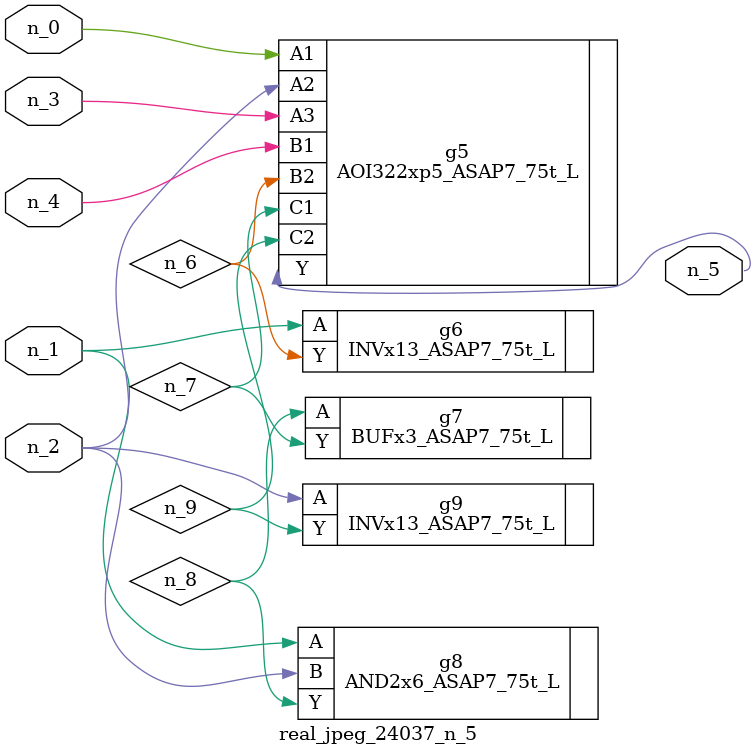
<source format=v>
module real_jpeg_24037_n_5 (n_4, n_0, n_1, n_2, n_3, n_5);

input n_4;
input n_0;
input n_1;
input n_2;
input n_3;

output n_5;

wire n_8;
wire n_6;
wire n_7;
wire n_9;

AOI322xp5_ASAP7_75t_L g5 ( 
.A1(n_0),
.A2(n_2),
.A3(n_3),
.B1(n_4),
.B2(n_6),
.C1(n_7),
.C2(n_9),
.Y(n_5)
);

INVx13_ASAP7_75t_L g6 ( 
.A(n_1),
.Y(n_6)
);

AND2x6_ASAP7_75t_L g8 ( 
.A(n_1),
.B(n_2),
.Y(n_8)
);

INVx13_ASAP7_75t_L g9 ( 
.A(n_2),
.Y(n_9)
);

BUFx3_ASAP7_75t_L g7 ( 
.A(n_8),
.Y(n_7)
);


endmodule
</source>
